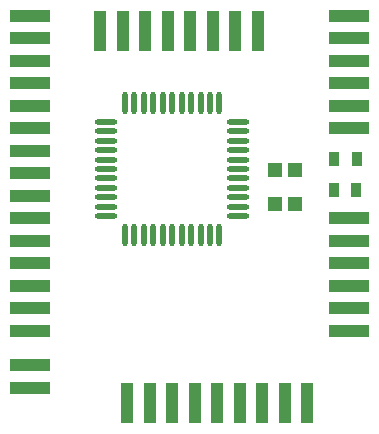
<source format=gtp>
G04*
G04 #@! TF.GenerationSoftware,Altium Limited,Altium Designer,22.2.1 (43)*
G04*
G04 Layer_Color=8421504*
%FSTAX25Y25*%
%MOIN*%
G70*
G04*
G04 #@! TF.SameCoordinates,2F0A99F2-06B0-42B4-AD1F-80CD01153156*
G04*
G04*
G04 #@! TF.FilePolarity,Positive*
G04*
G01*
G75*
%ADD17R,0.03500X0.05000*%
%ADD18R,0.04724X0.05118*%
%ADD19R,0.13780X0.04016*%
%ADD20R,0.04016X0.13780*%
%ADD21O,0.07480X0.01772*%
%ADD22O,0.01772X0.07480*%
D17*
X010996Y00898D02*
D03*
X011744D02*
D03*
X010986Y00796D02*
D03*
X0117341D02*
D03*
D18*
X0096846Y0074791D02*
D03*
Y0086209D02*
D03*
X0090153D02*
D03*
Y0074791D02*
D03*
D19*
X0115Y007D02*
D03*
Y00625D02*
D03*
Y0055D02*
D03*
X00085D02*
D03*
Y00625D02*
D03*
Y007D02*
D03*
X0115Y00475D02*
D03*
Y004D02*
D03*
Y00325D02*
D03*
X00085D02*
D03*
Y004D02*
D03*
Y00475D02*
D03*
Y0021D02*
D03*
Y00135D02*
D03*
Y00775D02*
D03*
Y0085D02*
D03*
Y00925D02*
D03*
Y01D02*
D03*
Y01075D02*
D03*
Y0115D02*
D03*
Y01225D02*
D03*
Y013D02*
D03*
Y01375D02*
D03*
X0115Y013D02*
D03*
Y01375D02*
D03*
Y0115D02*
D03*
Y01225D02*
D03*
Y01D02*
D03*
Y01075D02*
D03*
D20*
X0071Y00085D02*
D03*
X00785D02*
D03*
X0101D02*
D03*
X00935D02*
D03*
X0086D02*
D03*
X0041D02*
D03*
X00485D02*
D03*
X0056D02*
D03*
X00635D02*
D03*
X00845Y01325D02*
D03*
X0077D02*
D03*
X0062D02*
D03*
X00695D02*
D03*
X00545D02*
D03*
X0047D02*
D03*
X00395D02*
D03*
X0032D02*
D03*
D21*
X0034053Y0070752D02*
D03*
Y0073902D02*
D03*
Y0077051D02*
D03*
Y0080201D02*
D03*
Y008335D02*
D03*
Y00865D02*
D03*
Y008965D02*
D03*
Y0092799D02*
D03*
Y0095949D02*
D03*
Y0099098D02*
D03*
Y0102248D02*
D03*
X0077947Y0102248D02*
D03*
Y0099098D02*
D03*
Y0095949D02*
D03*
Y0092799D02*
D03*
Y008965D02*
D03*
Y00865D02*
D03*
Y008335D02*
D03*
Y0080201D02*
D03*
Y0077051D02*
D03*
Y0073902D02*
D03*
Y0070752D02*
D03*
D22*
X0040252Y0108447D02*
D03*
X0043402D02*
D03*
X0046551D02*
D03*
X0049701D02*
D03*
X005285D02*
D03*
X0056D02*
D03*
X005915D02*
D03*
X0062299D02*
D03*
X0065449D02*
D03*
X0068598D02*
D03*
X0071748D02*
D03*
Y0064553D02*
D03*
X0068598D02*
D03*
X0065449D02*
D03*
X0062299D02*
D03*
X005915D02*
D03*
X0056D02*
D03*
X005285D02*
D03*
X0049701D02*
D03*
X0046551D02*
D03*
X0043402D02*
D03*
X0040252D02*
D03*
M02*

</source>
